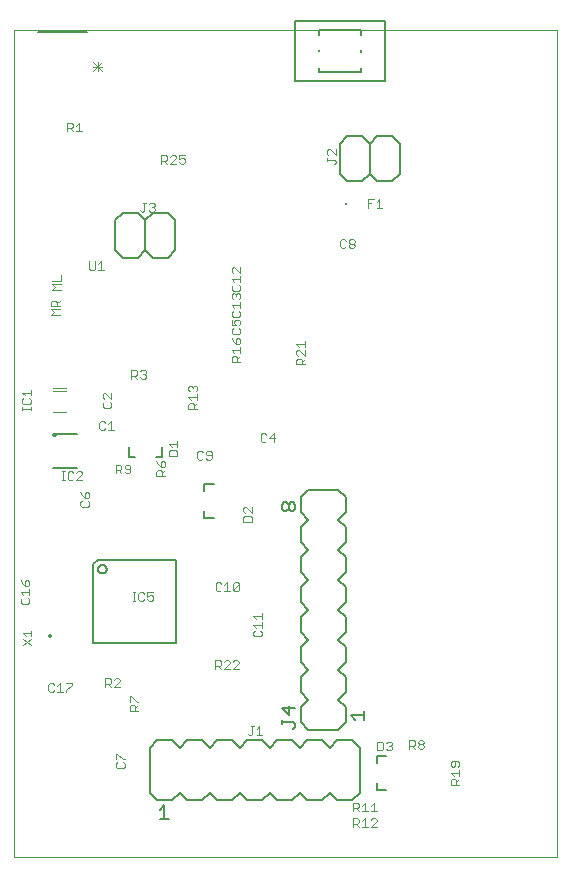
<source format=gto>
G75*
%MOIN*%
%OFA0B0*%
%FSLAX25Y25*%
%IPPOS*%
%LPD*%
%AMOC8*
5,1,8,0,0,1.08239X$1,22.5*
%
%ADD10C,0.00000*%
%ADD11C,0.00300*%
%ADD12C,0.00600*%
%ADD13R,0.00984X0.00984*%
%ADD14C,0.00400*%
%ADD15C,0.00500*%
%ADD16C,0.01378*%
%ADD17C,0.00200*%
D10*
X0002194Y0001500D02*
X0002194Y0277091D01*
X0183296Y0277091D01*
X0183296Y0001500D01*
X0002194Y0001500D01*
D11*
X0036291Y0031591D02*
X0036775Y0031107D01*
X0038710Y0031107D01*
X0039194Y0031591D01*
X0039194Y0032558D01*
X0038710Y0033042D01*
X0038710Y0034053D02*
X0039194Y0034053D01*
X0038710Y0034053D02*
X0036775Y0035988D01*
X0036291Y0035988D01*
X0036291Y0034053D01*
X0036775Y0033042D02*
X0036291Y0032558D01*
X0036291Y0031591D01*
X0040841Y0050350D02*
X0040841Y0051801D01*
X0041325Y0052285D01*
X0042293Y0052285D01*
X0042776Y0051801D01*
X0042776Y0050350D01*
X0042776Y0051317D02*
X0043744Y0052285D01*
X0043744Y0053297D02*
X0043260Y0053297D01*
X0041325Y0055231D01*
X0040841Y0055231D01*
X0040841Y0053297D01*
X0040841Y0050350D02*
X0043744Y0050350D01*
X0037625Y0058200D02*
X0035690Y0058200D01*
X0037625Y0060135D01*
X0037625Y0060619D01*
X0037142Y0061102D01*
X0036174Y0061102D01*
X0035690Y0060619D01*
X0034679Y0060619D02*
X0034679Y0059651D01*
X0034195Y0059167D01*
X0032744Y0059167D01*
X0032744Y0058200D02*
X0032744Y0061102D01*
X0034195Y0061102D01*
X0034679Y0060619D01*
X0033711Y0059167D02*
X0034679Y0058200D01*
X0021622Y0058969D02*
X0019687Y0057034D01*
X0019687Y0056550D01*
X0018675Y0056550D02*
X0016740Y0056550D01*
X0017708Y0056550D02*
X0017708Y0059452D01*
X0016740Y0058485D01*
X0015729Y0058969D02*
X0015245Y0059452D01*
X0014278Y0059452D01*
X0013794Y0058969D01*
X0013794Y0057034D01*
X0014278Y0056550D01*
X0015245Y0056550D01*
X0015729Y0057034D01*
X0019687Y0059452D02*
X0021622Y0059452D01*
X0021622Y0058969D01*
X0008154Y0072142D02*
X0005252Y0074077D01*
X0006219Y0075089D02*
X0005252Y0076056D01*
X0008154Y0076056D01*
X0008154Y0075089D02*
X0008154Y0077024D01*
X0008154Y0074077D02*
X0005252Y0072142D01*
X0004985Y0085938D02*
X0006920Y0085938D01*
X0007404Y0086422D01*
X0007404Y0087389D01*
X0006920Y0087873D01*
X0007404Y0088884D02*
X0007404Y0090819D01*
X0007404Y0089852D02*
X0004501Y0089852D01*
X0005469Y0088884D01*
X0004985Y0087873D02*
X0004501Y0087389D01*
X0004501Y0086422D01*
X0004985Y0085938D01*
X0005952Y0091831D02*
X0005952Y0093282D01*
X0006436Y0093766D01*
X0006920Y0093766D01*
X0007404Y0093282D01*
X0007404Y0092315D01*
X0006920Y0091831D01*
X0005952Y0091831D01*
X0004985Y0092798D01*
X0004501Y0093766D01*
X0024925Y0118257D02*
X0026860Y0118257D01*
X0027344Y0118741D01*
X0027344Y0119708D01*
X0026860Y0120192D01*
X0026860Y0121203D02*
X0027344Y0121687D01*
X0027344Y0122655D01*
X0026860Y0123138D01*
X0026376Y0123138D01*
X0025893Y0122655D01*
X0025893Y0121203D01*
X0026860Y0121203D01*
X0025893Y0121203D02*
X0024925Y0122171D01*
X0024441Y0123138D01*
X0024925Y0120192D02*
X0024441Y0119708D01*
X0024441Y0118741D01*
X0024925Y0118257D01*
X0025082Y0127200D02*
X0023147Y0127200D01*
X0025082Y0129135D01*
X0025082Y0129619D01*
X0024599Y0130102D01*
X0023631Y0130102D01*
X0023147Y0129619D01*
X0022136Y0129619D02*
X0021652Y0130102D01*
X0020684Y0130102D01*
X0020201Y0129619D01*
X0020201Y0127684D01*
X0020684Y0127200D01*
X0021652Y0127200D01*
X0022136Y0127684D01*
X0019204Y0127200D02*
X0018236Y0127200D01*
X0018720Y0127200D02*
X0018720Y0130102D01*
X0018236Y0130102D02*
X0019204Y0130102D01*
X0031284Y0143900D02*
X0032252Y0143900D01*
X0032736Y0144384D01*
X0033747Y0143900D02*
X0035682Y0143900D01*
X0034715Y0143900D02*
X0034715Y0146802D01*
X0033747Y0145835D01*
X0032736Y0146319D02*
X0032252Y0146802D01*
X0031284Y0146802D01*
X0030801Y0146319D01*
X0030801Y0144384D01*
X0031284Y0143900D01*
X0032325Y0151350D02*
X0034260Y0151350D01*
X0034744Y0151834D01*
X0034744Y0152801D01*
X0034260Y0153285D01*
X0034744Y0154297D02*
X0032809Y0156231D01*
X0032325Y0156231D01*
X0031841Y0155748D01*
X0031841Y0154780D01*
X0032325Y0154297D01*
X0032325Y0153285D02*
X0031841Y0152801D01*
X0031841Y0151834D01*
X0032325Y0151350D01*
X0034744Y0154297D02*
X0034744Y0156231D01*
X0041451Y0160950D02*
X0041451Y0163852D01*
X0042902Y0163852D01*
X0043386Y0163369D01*
X0043386Y0162401D01*
X0042902Y0161917D01*
X0041451Y0161917D01*
X0042418Y0161917D02*
X0043386Y0160950D01*
X0044397Y0161434D02*
X0044881Y0160950D01*
X0045849Y0160950D01*
X0046332Y0161434D01*
X0046332Y0161917D01*
X0045849Y0162401D01*
X0045365Y0162401D01*
X0045849Y0162401D02*
X0046332Y0162885D01*
X0046332Y0163369D01*
X0045849Y0163852D01*
X0044881Y0163852D01*
X0044397Y0163369D01*
X0060468Y0158188D02*
X0060468Y0157220D01*
X0060951Y0156737D01*
X0061919Y0157704D02*
X0061919Y0158188D01*
X0062403Y0158672D01*
X0062886Y0158672D01*
X0063370Y0158188D01*
X0063370Y0157220D01*
X0062886Y0156737D01*
X0063370Y0155725D02*
X0063370Y0153790D01*
X0063370Y0154758D02*
X0060468Y0154758D01*
X0061435Y0153790D01*
X0060951Y0152779D02*
X0061919Y0152779D01*
X0062403Y0152295D01*
X0062403Y0150844D01*
X0062403Y0151811D02*
X0063370Y0152779D01*
X0063370Y0150844D02*
X0060468Y0150844D01*
X0060468Y0152295D01*
X0060951Y0152779D01*
X0060468Y0158188D02*
X0060951Y0158672D01*
X0061435Y0158672D01*
X0061919Y0158188D01*
X0074841Y0166560D02*
X0074841Y0168012D01*
X0075325Y0168495D01*
X0076293Y0168495D01*
X0076776Y0168012D01*
X0076776Y0166560D01*
X0077744Y0166560D02*
X0074841Y0166560D01*
X0076776Y0167528D02*
X0077744Y0168495D01*
X0077744Y0169507D02*
X0077744Y0171442D01*
X0077744Y0170474D02*
X0074841Y0170474D01*
X0075809Y0169507D01*
X0076293Y0172453D02*
X0075325Y0173421D01*
X0074841Y0174388D01*
X0075325Y0175757D02*
X0077260Y0175757D01*
X0077744Y0176241D01*
X0077744Y0177208D01*
X0077260Y0177692D01*
X0077260Y0178703D02*
X0077744Y0179187D01*
X0077744Y0180155D01*
X0077260Y0180638D01*
X0076293Y0180638D01*
X0075809Y0180155D01*
X0075809Y0179671D01*
X0076293Y0178703D01*
X0074841Y0178703D01*
X0074841Y0180638D01*
X0075325Y0181560D02*
X0077260Y0181560D01*
X0077744Y0182044D01*
X0077744Y0183012D01*
X0077260Y0183495D01*
X0077744Y0184507D02*
X0077744Y0186442D01*
X0077744Y0185474D02*
X0074841Y0185474D01*
X0075809Y0184507D01*
X0075325Y0183495D02*
X0074841Y0183012D01*
X0074841Y0182044D01*
X0075325Y0181560D01*
X0075325Y0177692D02*
X0074841Y0177208D01*
X0074841Y0176241D01*
X0075325Y0175757D01*
X0076776Y0174388D02*
X0076293Y0173905D01*
X0076293Y0172453D01*
X0077260Y0172453D01*
X0077744Y0172937D01*
X0077744Y0173905D01*
X0077260Y0174388D01*
X0076776Y0174388D01*
X0077260Y0187453D02*
X0077744Y0187937D01*
X0077744Y0188905D01*
X0077260Y0189388D01*
X0076776Y0189388D01*
X0076293Y0188905D01*
X0076293Y0188421D01*
X0076293Y0188905D02*
X0075809Y0189388D01*
X0075325Y0189388D01*
X0074841Y0188905D01*
X0074841Y0187937D01*
X0075325Y0187453D01*
X0075325Y0190310D02*
X0077260Y0190310D01*
X0077744Y0190794D01*
X0077744Y0191762D01*
X0077260Y0192245D01*
X0077744Y0193257D02*
X0077744Y0195192D01*
X0077744Y0194224D02*
X0074841Y0194224D01*
X0075809Y0193257D01*
X0075325Y0192245D02*
X0074841Y0191762D01*
X0074841Y0190794D01*
X0075325Y0190310D01*
X0075325Y0196203D02*
X0074841Y0196687D01*
X0074841Y0197655D01*
X0075325Y0198138D01*
X0075809Y0198138D01*
X0077744Y0196203D01*
X0077744Y0198138D01*
X0096491Y0172571D02*
X0097459Y0171603D01*
X0097459Y0170592D02*
X0096975Y0170592D01*
X0096491Y0170108D01*
X0096491Y0169141D01*
X0096975Y0168657D01*
X0096975Y0167645D02*
X0097943Y0167645D01*
X0098426Y0167162D01*
X0098426Y0165710D01*
X0099394Y0165710D02*
X0096491Y0165710D01*
X0096491Y0167162D01*
X0096975Y0167645D01*
X0098426Y0166678D02*
X0099394Y0167645D01*
X0099394Y0168657D02*
X0097459Y0170592D01*
X0099394Y0170592D02*
X0099394Y0168657D01*
X0099394Y0171603D02*
X0099394Y0173538D01*
X0099394Y0172571D02*
X0096491Y0172571D01*
X0088949Y0142752D02*
X0087497Y0141301D01*
X0089432Y0141301D01*
X0088949Y0139850D02*
X0088949Y0142752D01*
X0086486Y0142269D02*
X0086002Y0142752D01*
X0085034Y0142752D01*
X0084551Y0142269D01*
X0084551Y0140334D01*
X0085034Y0139850D01*
X0086002Y0139850D01*
X0086486Y0140334D01*
X0081622Y0118214D02*
X0081622Y0116279D01*
X0079687Y0118214D01*
X0079203Y0118214D01*
X0078719Y0117731D01*
X0078719Y0116763D01*
X0079203Y0116279D01*
X0079203Y0115268D02*
X0078719Y0114784D01*
X0078719Y0113333D01*
X0081622Y0113333D01*
X0081622Y0114784D01*
X0081138Y0115268D01*
X0079203Y0115268D01*
X0067767Y0133950D02*
X0068250Y0134434D01*
X0068250Y0136369D01*
X0067767Y0136852D01*
X0066799Y0136852D01*
X0066315Y0136369D01*
X0066315Y0135885D01*
X0066799Y0135401D01*
X0068250Y0135401D01*
X0067767Y0133950D02*
X0066799Y0133950D01*
X0066315Y0134434D01*
X0065304Y0134434D02*
X0064820Y0133950D01*
X0063853Y0133950D01*
X0063369Y0134434D01*
X0063369Y0136369D01*
X0063853Y0136852D01*
X0064820Y0136852D01*
X0065304Y0136369D01*
X0056794Y0136601D02*
X0056310Y0137085D01*
X0054375Y0137085D01*
X0053891Y0136601D01*
X0053891Y0135150D01*
X0056794Y0135150D01*
X0056794Y0136601D01*
X0056794Y0138097D02*
X0056794Y0140031D01*
X0056794Y0139064D02*
X0053891Y0139064D01*
X0054859Y0138097D01*
X0052235Y0133406D02*
X0051751Y0133406D01*
X0051268Y0132923D01*
X0051268Y0131472D01*
X0052235Y0131472D01*
X0052719Y0131955D01*
X0052719Y0132923D01*
X0052235Y0133406D01*
X0051268Y0131472D02*
X0050300Y0132439D01*
X0049816Y0133406D01*
X0050300Y0130460D02*
X0049816Y0129976D01*
X0049816Y0128525D01*
X0052719Y0128525D01*
X0051751Y0128525D02*
X0051751Y0129976D01*
X0051268Y0130460D01*
X0050300Y0130460D01*
X0051751Y0129492D02*
X0052719Y0130460D01*
X0041100Y0130851D02*
X0039649Y0130851D01*
X0039165Y0131335D01*
X0039165Y0131819D01*
X0039649Y0132302D01*
X0040617Y0132302D01*
X0041100Y0131819D01*
X0041100Y0129884D01*
X0040617Y0129400D01*
X0039649Y0129400D01*
X0039165Y0129884D01*
X0038154Y0129400D02*
X0037186Y0130367D01*
X0037670Y0130367D02*
X0036219Y0130367D01*
X0036219Y0129400D02*
X0036219Y0132302D01*
X0037670Y0132302D01*
X0038154Y0131819D01*
X0038154Y0130851D01*
X0037670Y0130367D01*
X0041852Y0089785D02*
X0042819Y0089785D01*
X0042335Y0089785D02*
X0042335Y0086882D01*
X0041852Y0086882D02*
X0042819Y0086882D01*
X0043816Y0087366D02*
X0044300Y0086882D01*
X0045267Y0086882D01*
X0045751Y0087366D01*
X0046763Y0087366D02*
X0047246Y0086882D01*
X0048214Y0086882D01*
X0048698Y0087366D01*
X0048698Y0088334D01*
X0048214Y0088817D01*
X0047730Y0088817D01*
X0046763Y0088334D01*
X0046763Y0089785D01*
X0048698Y0089785D01*
X0045751Y0089301D02*
X0045267Y0089785D01*
X0044300Y0089785D01*
X0043816Y0089301D01*
X0043816Y0087366D01*
X0069516Y0090608D02*
X0070000Y0090124D01*
X0070967Y0090124D01*
X0071451Y0090608D01*
X0072462Y0090124D02*
X0074397Y0090124D01*
X0073430Y0090124D02*
X0073430Y0093026D01*
X0072462Y0092059D01*
X0071451Y0092543D02*
X0070967Y0093026D01*
X0070000Y0093026D01*
X0069516Y0092543D01*
X0069516Y0090608D01*
X0075409Y0090608D02*
X0077344Y0092543D01*
X0077344Y0090608D01*
X0076860Y0090124D01*
X0075893Y0090124D01*
X0075409Y0090608D01*
X0075409Y0092543D01*
X0075893Y0093026D01*
X0076860Y0093026D01*
X0077344Y0092543D01*
X0082067Y0081933D02*
X0084970Y0081933D01*
X0084970Y0082900D02*
X0084970Y0080965D01*
X0084970Y0079954D02*
X0084970Y0078019D01*
X0084970Y0078986D02*
X0082067Y0078986D01*
X0083035Y0078019D01*
X0082551Y0077007D02*
X0082067Y0076523D01*
X0082067Y0075556D01*
X0082551Y0075072D01*
X0084486Y0075072D01*
X0084970Y0075556D01*
X0084970Y0076523D01*
X0084486Y0077007D01*
X0083035Y0080965D02*
X0082067Y0081933D01*
X0076771Y0067026D02*
X0075803Y0067026D01*
X0075319Y0066543D01*
X0074308Y0066543D02*
X0073824Y0067026D01*
X0072857Y0067026D01*
X0072373Y0066543D01*
X0071361Y0066543D02*
X0071361Y0065575D01*
X0070878Y0065091D01*
X0069426Y0065091D01*
X0069426Y0064124D02*
X0069426Y0067026D01*
X0070878Y0067026D01*
X0071361Y0066543D01*
X0070394Y0065091D02*
X0071361Y0064124D01*
X0072373Y0064124D02*
X0074308Y0066059D01*
X0074308Y0066543D01*
X0074308Y0064124D02*
X0072373Y0064124D01*
X0075319Y0064124D02*
X0077254Y0066059D01*
X0077254Y0066543D01*
X0076771Y0067026D01*
X0077254Y0064124D02*
X0075319Y0064124D01*
X0081211Y0045052D02*
X0082179Y0045052D01*
X0081695Y0045052D02*
X0081695Y0042634D01*
X0081211Y0042150D01*
X0080728Y0042150D01*
X0080244Y0042634D01*
X0083190Y0042150D02*
X0085125Y0042150D01*
X0084158Y0042150D02*
X0084158Y0045052D01*
X0083190Y0044085D01*
X0115344Y0019652D02*
X0115344Y0016750D01*
X0115344Y0017717D02*
X0116795Y0017717D01*
X0117279Y0018201D01*
X0117279Y0019169D01*
X0116795Y0019652D01*
X0115344Y0019652D01*
X0116311Y0017717D02*
X0117279Y0016750D01*
X0118290Y0016750D02*
X0120225Y0016750D01*
X0119258Y0016750D02*
X0119258Y0019652D01*
X0118290Y0018685D01*
X0121237Y0018685D02*
X0122204Y0019652D01*
X0122204Y0016750D01*
X0121237Y0016750D02*
X0123172Y0016750D01*
X0122688Y0014502D02*
X0121721Y0014502D01*
X0121237Y0014019D01*
X0122688Y0014502D02*
X0123172Y0014019D01*
X0123172Y0013535D01*
X0121237Y0011600D01*
X0123172Y0011600D01*
X0120225Y0011600D02*
X0118290Y0011600D01*
X0119258Y0011600D02*
X0119258Y0014502D01*
X0118290Y0013535D01*
X0117279Y0014019D02*
X0116795Y0014502D01*
X0115344Y0014502D01*
X0115344Y0011600D01*
X0115344Y0012567D02*
X0116795Y0012567D01*
X0117279Y0013051D01*
X0117279Y0014019D01*
X0116311Y0012567D02*
X0117279Y0011600D01*
X0123451Y0037100D02*
X0124902Y0037100D01*
X0125386Y0037584D01*
X0125386Y0039519D01*
X0124902Y0040002D01*
X0123451Y0040002D01*
X0123451Y0037100D01*
X0126397Y0037584D02*
X0126881Y0037100D01*
X0127849Y0037100D01*
X0128332Y0037584D01*
X0128332Y0038067D01*
X0127849Y0038551D01*
X0127365Y0038551D01*
X0127849Y0038551D02*
X0128332Y0039035D01*
X0128332Y0039519D01*
X0127849Y0040002D01*
X0126881Y0040002D01*
X0126397Y0039519D01*
X0134094Y0038567D02*
X0135545Y0038567D01*
X0136029Y0039051D01*
X0136029Y0040019D01*
X0135545Y0040502D01*
X0134094Y0040502D01*
X0134094Y0037600D01*
X0135061Y0038567D02*
X0136029Y0037600D01*
X0137040Y0038084D02*
X0137040Y0038567D01*
X0137524Y0039051D01*
X0138492Y0039051D01*
X0138975Y0038567D01*
X0138975Y0038084D01*
X0138492Y0037600D01*
X0137524Y0037600D01*
X0137040Y0038084D01*
X0137524Y0039051D02*
X0137040Y0039535D01*
X0137040Y0040019D01*
X0137524Y0040502D01*
X0138492Y0040502D01*
X0138975Y0040019D01*
X0138975Y0039535D01*
X0138492Y0039051D01*
X0147891Y0032994D02*
X0147891Y0032027D01*
X0148375Y0031543D01*
X0148859Y0031543D01*
X0149343Y0032027D01*
X0149343Y0033478D01*
X0150310Y0033478D02*
X0148375Y0033478D01*
X0147891Y0032994D01*
X0150310Y0033478D02*
X0150794Y0032994D01*
X0150794Y0032027D01*
X0150310Y0031543D01*
X0150794Y0030531D02*
X0150794Y0028597D01*
X0150794Y0029564D02*
X0147891Y0029564D01*
X0148859Y0028597D01*
X0149343Y0027585D02*
X0149826Y0027101D01*
X0149826Y0025650D01*
X0149826Y0026617D02*
X0150794Y0027585D01*
X0149343Y0027585D02*
X0148375Y0027585D01*
X0147891Y0027101D01*
X0147891Y0025650D01*
X0150794Y0025650D01*
X0115442Y0204550D02*
X0114474Y0204550D01*
X0113990Y0205034D01*
X0113990Y0205517D01*
X0114474Y0206001D01*
X0115442Y0206001D01*
X0115925Y0205517D01*
X0115925Y0205034D01*
X0115442Y0204550D01*
X0115442Y0206001D02*
X0115925Y0206485D01*
X0115925Y0206969D01*
X0115442Y0207452D01*
X0114474Y0207452D01*
X0113990Y0206969D01*
X0113990Y0206485D01*
X0114474Y0206001D01*
X0112979Y0205034D02*
X0112495Y0204550D01*
X0111528Y0204550D01*
X0111044Y0205034D01*
X0111044Y0206969D01*
X0111528Y0207452D01*
X0112495Y0207452D01*
X0112979Y0206969D01*
X0120244Y0218000D02*
X0120244Y0220902D01*
X0122179Y0220902D01*
X0123190Y0219935D02*
X0124158Y0220902D01*
X0124158Y0218000D01*
X0125125Y0218000D02*
X0123190Y0218000D01*
X0121211Y0219451D02*
X0120244Y0219451D01*
X0109060Y0232529D02*
X0109544Y0233012D01*
X0109544Y0233496D01*
X0109060Y0233980D01*
X0106641Y0233980D01*
X0106641Y0233496D02*
X0106641Y0234464D01*
X0107125Y0235475D02*
X0106641Y0235959D01*
X0106641Y0236926D01*
X0107125Y0237410D01*
X0107609Y0237410D01*
X0109544Y0235475D01*
X0109544Y0237410D01*
X0059282Y0235502D02*
X0057347Y0235502D01*
X0057347Y0234051D01*
X0058315Y0234535D01*
X0058799Y0234535D01*
X0059282Y0234051D01*
X0059282Y0233084D01*
X0058799Y0232600D01*
X0057831Y0232600D01*
X0057347Y0233084D01*
X0056336Y0232600D02*
X0054401Y0232600D01*
X0056336Y0234535D01*
X0056336Y0235019D01*
X0055852Y0235502D01*
X0054884Y0235502D01*
X0054401Y0235019D01*
X0053389Y0235019D02*
X0053389Y0234051D01*
X0052905Y0233567D01*
X0051454Y0233567D01*
X0051454Y0232600D02*
X0051454Y0235502D01*
X0052905Y0235502D01*
X0053389Y0235019D01*
X0052422Y0233567D02*
X0053389Y0232600D01*
X0048770Y0219552D02*
X0047803Y0219552D01*
X0047319Y0219069D01*
X0046307Y0219552D02*
X0045340Y0219552D01*
X0045824Y0219552D02*
X0045824Y0217134D01*
X0045340Y0216650D01*
X0044856Y0216650D01*
X0044373Y0217134D01*
X0047319Y0217134D02*
X0047803Y0216650D01*
X0048770Y0216650D01*
X0049254Y0217134D01*
X0049254Y0217617D01*
X0048770Y0218101D01*
X0048287Y0218101D01*
X0048770Y0218101D02*
X0049254Y0218585D01*
X0049254Y0219069D01*
X0048770Y0219552D01*
X0024832Y0243400D02*
X0022897Y0243400D01*
X0023865Y0243400D02*
X0023865Y0246302D01*
X0022897Y0245335D01*
X0021886Y0245819D02*
X0021886Y0244851D01*
X0021402Y0244367D01*
X0019951Y0244367D01*
X0019951Y0243400D02*
X0019951Y0246302D01*
X0021402Y0246302D01*
X0021886Y0245819D01*
X0020918Y0244367D02*
X0021886Y0243400D01*
X0017986Y0195511D02*
X0017986Y0193576D01*
X0015084Y0193576D01*
X0015084Y0192564D02*
X0017986Y0192564D01*
X0017986Y0190629D02*
X0015084Y0190629D01*
X0016051Y0191597D01*
X0015084Y0192564D01*
X0015118Y0187018D02*
X0016086Y0187018D01*
X0016570Y0186534D01*
X0016570Y0185083D01*
X0017537Y0185083D02*
X0014635Y0185083D01*
X0014635Y0186534D01*
X0015118Y0187018D01*
X0016570Y0186050D02*
X0017537Y0187018D01*
X0017537Y0184071D02*
X0014635Y0184071D01*
X0015602Y0183104D01*
X0014635Y0182136D01*
X0017537Y0182136D01*
X0007836Y0157314D02*
X0007836Y0155379D01*
X0007836Y0156347D02*
X0004934Y0156347D01*
X0005901Y0155379D01*
X0005418Y0154368D02*
X0004934Y0153884D01*
X0004934Y0152917D01*
X0005418Y0152433D01*
X0007353Y0152433D01*
X0007836Y0152917D01*
X0007836Y0153884D01*
X0007353Y0154368D01*
X0007836Y0151436D02*
X0007836Y0150469D01*
X0007836Y0150952D02*
X0004934Y0150952D01*
X0004934Y0150469D02*
X0004934Y0151436D01*
D12*
X0030200Y0100532D02*
X0028802Y0099134D01*
X0028802Y0072933D01*
X0056401Y0072933D01*
X0056401Y0100532D01*
X0030200Y0100532D01*
X0030388Y0097532D02*
X0030390Y0097607D01*
X0030396Y0097681D01*
X0030406Y0097755D01*
X0030419Y0097828D01*
X0030437Y0097901D01*
X0030458Y0097972D01*
X0030483Y0098043D01*
X0030512Y0098112D01*
X0030545Y0098179D01*
X0030581Y0098244D01*
X0030620Y0098308D01*
X0030662Y0098369D01*
X0030708Y0098428D01*
X0030757Y0098485D01*
X0030809Y0098538D01*
X0030863Y0098589D01*
X0030920Y0098638D01*
X0030980Y0098682D01*
X0031042Y0098724D01*
X0031106Y0098763D01*
X0031172Y0098798D01*
X0031239Y0098829D01*
X0031309Y0098857D01*
X0031379Y0098881D01*
X0031451Y0098902D01*
X0031524Y0098918D01*
X0031597Y0098931D01*
X0031672Y0098940D01*
X0031746Y0098945D01*
X0031821Y0098946D01*
X0031895Y0098943D01*
X0031970Y0098936D01*
X0032043Y0098925D01*
X0032117Y0098911D01*
X0032189Y0098892D01*
X0032260Y0098870D01*
X0032330Y0098844D01*
X0032399Y0098814D01*
X0032465Y0098781D01*
X0032530Y0098744D01*
X0032593Y0098704D01*
X0032654Y0098660D01*
X0032712Y0098614D01*
X0032768Y0098564D01*
X0032821Y0098512D01*
X0032872Y0098457D01*
X0032919Y0098399D01*
X0032963Y0098339D01*
X0033004Y0098276D01*
X0033042Y0098212D01*
X0033076Y0098146D01*
X0033107Y0098077D01*
X0033134Y0098008D01*
X0033157Y0097937D01*
X0033176Y0097865D01*
X0033192Y0097792D01*
X0033204Y0097718D01*
X0033212Y0097644D01*
X0033216Y0097569D01*
X0033216Y0097495D01*
X0033212Y0097420D01*
X0033204Y0097346D01*
X0033192Y0097272D01*
X0033176Y0097199D01*
X0033157Y0097127D01*
X0033134Y0097056D01*
X0033107Y0096987D01*
X0033076Y0096918D01*
X0033042Y0096852D01*
X0033004Y0096788D01*
X0032963Y0096725D01*
X0032919Y0096665D01*
X0032872Y0096607D01*
X0032821Y0096552D01*
X0032768Y0096500D01*
X0032712Y0096450D01*
X0032654Y0096404D01*
X0032593Y0096360D01*
X0032530Y0096320D01*
X0032465Y0096283D01*
X0032399Y0096250D01*
X0032330Y0096220D01*
X0032260Y0096194D01*
X0032189Y0096172D01*
X0032117Y0096153D01*
X0032043Y0096139D01*
X0031970Y0096128D01*
X0031895Y0096121D01*
X0031821Y0096118D01*
X0031746Y0096119D01*
X0031672Y0096124D01*
X0031597Y0096133D01*
X0031524Y0096146D01*
X0031451Y0096162D01*
X0031379Y0096183D01*
X0031309Y0096207D01*
X0031239Y0096235D01*
X0031172Y0096266D01*
X0031106Y0096301D01*
X0031042Y0096340D01*
X0030980Y0096382D01*
X0030920Y0096426D01*
X0030863Y0096475D01*
X0030809Y0096526D01*
X0030757Y0096579D01*
X0030708Y0096636D01*
X0030662Y0096695D01*
X0030620Y0096756D01*
X0030581Y0096820D01*
X0030545Y0096885D01*
X0030512Y0096952D01*
X0030483Y0097021D01*
X0030458Y0097092D01*
X0030437Y0097163D01*
X0030419Y0097236D01*
X0030406Y0097309D01*
X0030396Y0097383D01*
X0030390Y0097457D01*
X0030388Y0097532D01*
X0040594Y0134900D02*
X0042794Y0134900D01*
X0040594Y0134900D02*
X0040594Y0138100D01*
X0049594Y0134900D02*
X0051794Y0134900D01*
X0051794Y0138100D01*
X0065716Y0125774D02*
X0065716Y0123574D01*
X0065716Y0125774D02*
X0068916Y0125774D01*
X0065716Y0116774D02*
X0065716Y0114574D01*
X0068916Y0114574D01*
X0097851Y0116500D02*
X0100351Y0114000D01*
X0097851Y0111500D01*
X0097851Y0106500D01*
X0100351Y0104000D01*
X0097851Y0101500D01*
X0097851Y0096500D01*
X0100351Y0094000D01*
X0097851Y0091500D01*
X0097851Y0086500D01*
X0100351Y0084000D01*
X0097851Y0081500D01*
X0097851Y0076500D01*
X0100351Y0074000D01*
X0097851Y0071500D01*
X0097851Y0066500D01*
X0100351Y0064000D01*
X0097851Y0061500D01*
X0097851Y0056500D01*
X0100351Y0054000D01*
X0097851Y0051500D01*
X0097851Y0046500D01*
X0100351Y0044000D01*
X0110351Y0044000D01*
X0112851Y0046500D01*
X0112851Y0051500D01*
X0110351Y0054000D01*
X0112851Y0056500D01*
X0112851Y0061500D01*
X0110351Y0064000D01*
X0112851Y0066500D01*
X0112851Y0071500D01*
X0110351Y0074000D01*
X0112851Y0076500D01*
X0112851Y0081500D01*
X0110351Y0084000D01*
X0112851Y0086500D01*
X0112851Y0091500D01*
X0110351Y0094000D01*
X0112851Y0096500D01*
X0112851Y0101500D01*
X0110351Y0104000D01*
X0112851Y0106500D01*
X0112851Y0111500D01*
X0110351Y0114000D01*
X0112851Y0116500D01*
X0112851Y0121500D01*
X0110351Y0124000D01*
X0100351Y0124000D01*
X0097851Y0121500D01*
X0097851Y0116500D01*
X0100094Y0040500D02*
X0105094Y0040500D01*
X0107594Y0038000D01*
X0110094Y0040500D01*
X0115094Y0040500D01*
X0117594Y0038000D01*
X0117594Y0023000D01*
X0115094Y0020500D01*
X0110094Y0020500D01*
X0107594Y0023000D01*
X0105094Y0020500D01*
X0100094Y0020500D01*
X0097594Y0023000D01*
X0095094Y0020500D01*
X0090094Y0020500D01*
X0087594Y0023000D01*
X0085094Y0020500D01*
X0080094Y0020500D01*
X0077594Y0023000D01*
X0075094Y0020500D01*
X0070094Y0020500D01*
X0067594Y0023000D01*
X0065094Y0020500D01*
X0060094Y0020500D01*
X0057594Y0023000D01*
X0055094Y0020500D01*
X0050094Y0020500D01*
X0047594Y0023000D01*
X0047594Y0038000D01*
X0050094Y0040500D01*
X0055094Y0040500D01*
X0057594Y0038000D01*
X0060094Y0040500D01*
X0065094Y0040500D01*
X0067594Y0038000D01*
X0070094Y0040500D01*
X0075094Y0040500D01*
X0077594Y0038000D01*
X0080094Y0040500D01*
X0085094Y0040500D01*
X0087594Y0038000D01*
X0090094Y0040500D01*
X0095094Y0040500D01*
X0097594Y0038000D01*
X0100094Y0040500D01*
X0123244Y0035100D02*
X0123244Y0032900D01*
X0123244Y0035100D02*
X0126444Y0035100D01*
X0123244Y0026100D02*
X0123244Y0023900D01*
X0126444Y0023900D01*
X0053615Y0201200D02*
X0048615Y0201200D01*
X0046115Y0203700D01*
X0043615Y0201200D01*
X0038615Y0201200D01*
X0036115Y0203700D01*
X0036115Y0213700D01*
X0038615Y0216200D01*
X0043615Y0216200D01*
X0046115Y0213700D01*
X0048615Y0216200D01*
X0053615Y0216200D01*
X0056115Y0213700D01*
X0056115Y0203700D01*
X0053615Y0201200D01*
X0046115Y0203700D02*
X0046115Y0213700D01*
X0110873Y0229300D02*
X0113373Y0226800D01*
X0118373Y0226800D01*
X0120873Y0229300D01*
X0123373Y0226800D01*
X0128373Y0226800D01*
X0130873Y0229300D01*
X0130873Y0239300D01*
X0128373Y0241800D01*
X0123373Y0241800D01*
X0120873Y0239300D01*
X0120873Y0229300D01*
X0120873Y0239300D02*
X0118373Y0241800D01*
X0113373Y0241800D01*
X0110873Y0239300D01*
X0110873Y0229300D01*
D13*
X0113086Y0219100D03*
D14*
X0031791Y0263455D02*
X0028722Y0266525D01*
X0030257Y0266525D02*
X0030257Y0263455D01*
X0028722Y0263455D02*
X0031791Y0266525D01*
X0031791Y0264990D02*
X0028722Y0264990D01*
X0019817Y0157931D02*
X0015486Y0157931D01*
X0015486Y0156931D02*
X0019817Y0156931D01*
X0019817Y0149931D02*
X0015486Y0149931D01*
D15*
X0015362Y0142413D02*
X0023236Y0142413D01*
X0015455Y0142263D02*
X0015457Y0142302D01*
X0015463Y0142341D01*
X0015473Y0142379D01*
X0015486Y0142416D01*
X0015503Y0142451D01*
X0015523Y0142485D01*
X0015547Y0142516D01*
X0015574Y0142545D01*
X0015603Y0142571D01*
X0015635Y0142594D01*
X0015669Y0142614D01*
X0015705Y0142630D01*
X0015742Y0142642D01*
X0015781Y0142651D01*
X0015820Y0142656D01*
X0015859Y0142657D01*
X0015898Y0142654D01*
X0015937Y0142647D01*
X0015974Y0142636D01*
X0016011Y0142622D01*
X0016046Y0142604D01*
X0016079Y0142583D01*
X0016110Y0142558D01*
X0016138Y0142531D01*
X0016163Y0142501D01*
X0016185Y0142468D01*
X0016204Y0142434D01*
X0016219Y0142398D01*
X0016231Y0142360D01*
X0016239Y0142322D01*
X0016243Y0142283D01*
X0016243Y0142243D01*
X0016239Y0142204D01*
X0016231Y0142166D01*
X0016219Y0142128D01*
X0016204Y0142092D01*
X0016185Y0142058D01*
X0016163Y0142025D01*
X0016138Y0141995D01*
X0016110Y0141968D01*
X0016079Y0141943D01*
X0016046Y0141922D01*
X0016011Y0141904D01*
X0015974Y0141890D01*
X0015937Y0141879D01*
X0015898Y0141872D01*
X0015859Y0141869D01*
X0015820Y0141870D01*
X0015781Y0141875D01*
X0015742Y0141884D01*
X0015705Y0141896D01*
X0015669Y0141912D01*
X0015635Y0141932D01*
X0015603Y0141955D01*
X0015574Y0141981D01*
X0015547Y0142010D01*
X0015523Y0142041D01*
X0015503Y0142075D01*
X0015486Y0142110D01*
X0015473Y0142147D01*
X0015463Y0142185D01*
X0015457Y0142224D01*
X0015455Y0142263D01*
X0015362Y0131113D02*
X0023236Y0131113D01*
X0091597Y0119002D02*
X0091597Y0117501D01*
X0092348Y0116750D01*
X0093098Y0116750D01*
X0093849Y0117501D01*
X0093849Y0119002D01*
X0094599Y0119753D01*
X0095350Y0119753D01*
X0096101Y0119002D01*
X0096101Y0117501D01*
X0095350Y0116750D01*
X0094599Y0116750D01*
X0093849Y0117501D01*
X0093849Y0119002D02*
X0093098Y0119753D01*
X0092348Y0119753D01*
X0091597Y0119002D01*
X0093849Y0051856D02*
X0093849Y0048854D01*
X0091597Y0051106D01*
X0096101Y0051106D01*
X0095350Y0046502D02*
X0091597Y0046502D01*
X0091597Y0045751D02*
X0091597Y0047253D01*
X0095350Y0046502D02*
X0096101Y0045751D01*
X0096101Y0045001D01*
X0095350Y0044250D01*
X0114597Y0048751D02*
X0119101Y0048751D01*
X0119101Y0047250D02*
X0119101Y0050253D01*
X0116098Y0047250D02*
X0114597Y0048751D01*
X0053846Y0014250D02*
X0050844Y0014250D01*
X0052345Y0014250D02*
X0052345Y0018754D01*
X0050844Y0017253D01*
X0095994Y0260153D02*
X0125994Y0260153D01*
X0125994Y0280153D01*
X0095994Y0280153D01*
X0095994Y0260153D01*
X0104104Y0263185D02*
X0117884Y0263185D01*
X0117884Y0264405D01*
X0117884Y0269996D02*
X0117884Y0270468D01*
X0117884Y0275547D02*
X0117884Y0277142D01*
X0104104Y0277142D01*
X0104104Y0275508D01*
X0104104Y0270390D02*
X0104104Y0270035D01*
X0104104Y0264484D02*
X0104104Y0263185D01*
X0026790Y0276681D02*
X0010254Y0276681D01*
D16*
X0014194Y0075100D03*
D17*
X0027940Y0197056D02*
X0027440Y0197556D01*
X0027440Y0200058D01*
X0029441Y0200058D02*
X0029441Y0197556D01*
X0028941Y0197056D01*
X0027940Y0197056D01*
X0030386Y0197056D02*
X0032388Y0197056D01*
X0031387Y0197056D02*
X0031387Y0200058D01*
X0030386Y0199057D01*
M02*

</source>
